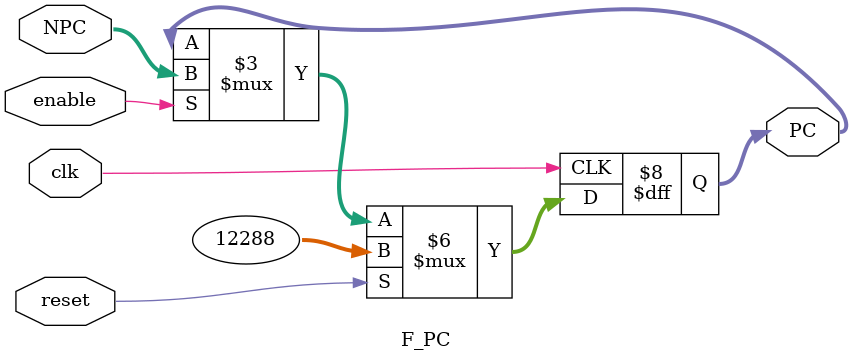
<source format=v>
`timescale 1ns / 1ps
`include "macro.v"
module F_PC(
    input clk,
    input reset,
    input enable,
    input [31:0] NPC,
    output reg [31:0] PC
);
    initial begin
        PC <= 32'h0000_3000;
    end
    always@(posedge clk) begin
        if(reset) begin
            PC <= 32'h0000_3000;
        end else if(enable) begin
            PC <= NPC;
        end
    end
endmodule
</source>
